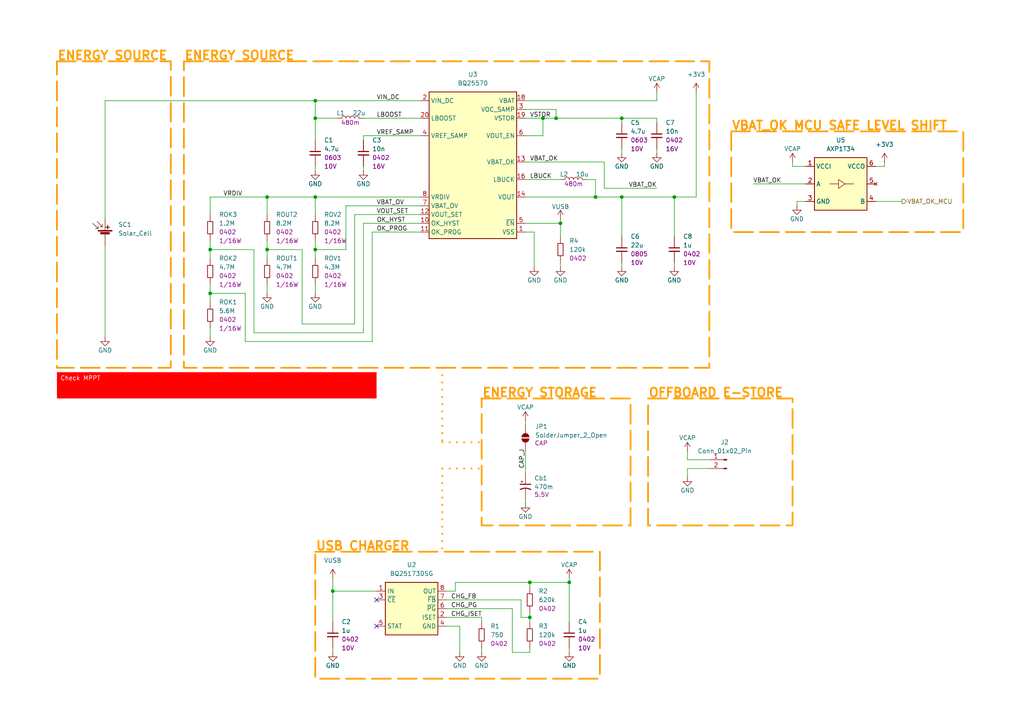
<source format=kicad_sch>
(kicad_sch (version 20250114) (generator "eeschema") (generator_version "9.0")
  (paper "A4")
  (lib_symbols
    (symbol "bpower:VUSB" (power) (pin_numbers (hide yes)) (pin_names (offset 0) (hide yes))
      (property "Value" "VUSB" (at 0 3.556 0))
      (symbol "VUSB_0_1"
        (polyline (pts (xy -0.762 1.27) (xy 0 2.54)))
        (polyline (pts (xy 0 2.54) (xy 0.762 1.27)))
        (polyline (pts (xy 0 0) (xy 0 2.54)))
      )
      (symbol "VUSB_1_1"
        (pin power_in line (at 0 0 90) (length 0) (name "~") (number "1"))
      )
    )
    (symbol "connectors:Conn_01x02_Pin" (pin_names (offset 1.016) (hide yes))
      (property "Reference" "J" (at 0 5.08 0))
      (property "Value" "Conn_01x02_Pin" (at 0 -5.08 0))
      (symbol "Conn_01x02_Pin_1_1"
        (rectangle (start 0.8636 2.667) (end 0 2.413) (stroke (width 0.1524)) (fill (type outline)))
        (rectangle (start 0.8636 0.127) (end 0 -0.127) (stroke (width 0.1524)) (fill (type outline)))
        (polyline (pts (xy 1.27 2.54) (xy 0.8636 2.54)) (stroke (width 0.1524)))
        (polyline (pts (xy 1.27 0) (xy 0.8636 0)) (stroke (width 0.1524)))
        (pin passive line (at 5.08 2.54 180) (length 3.81) (name "Pin_1") (number "1"))
        (pin passive line (at 5.08 0 180) (length 3.81) (name "Pin_2") (number "2"))
      )
    )
    (symbol "energy_source:Solar_Cell" (pin_numbers (hide yes)) (pin_names (offset 0) (hide yes))
      (property "Reference" "SC" (at 2.54 2.54 0))
      (property "Value" "Solar_Cell" (at 2.54 0 0))
      (symbol "Solar_Cell_0_1"
        (polyline (pts (xy -2.032 3.048) (xy -2.032 2.286) (xy -2.794 2.286)))
        (polyline (pts (xy -2.032 2.286) (xy -3.556 3.81)))
        (rectangle (start -2.032 1.778) (end 2.032 1.524) (fill (type outline)))
        (rectangle (start -1.3208 1.1938) (end 1.27 0.6858) (fill (type outline)))
        (polyline (pts (xy -0.762 3.556) (xy -0.762 2.794) (xy -1.524 2.794)))
        (polyline (pts (xy -0.762 2.794) (xy -2.286 4.318)))
        (polyline (pts (xy 0 1.778) (xy 0 2.54)))
        (polyline (pts (xy 0 0.762) (xy 0 0)))
        (polyline (pts (xy 0.254 2.667) (xy 1.27 2.667)) (stroke (width 0.254)))
        (polyline (pts (xy 0.762 3.175) (xy 0.762 2.159)) (stroke (width 0.254)))
      )
      (symbol "Solar_Cell_1_1"
        (pin passive line (at 0 5.08 270) (length 2.54) (name "+") (number "1"))
        (pin passive line (at 0 -2.54 90) (length 2.54) (name "-") (number "2"))
      )
    )
    (symbol "ic_logic:AXP1T34GSH"
      (property "Reference" "U" (at -6.35 8.89 0))
      (property "Value" "AXP1T34" (at 3.81 8.89 0))
      (symbol "AXP1T34GSH_0_1"
        (rectangle (start -7.62 7.62) (end 7.62 -7.62) (stroke (width 0.254)) (fill (type background)))
        (polyline (pts (xy -3.175 0) (xy -2.159 0) (xy -0.635 0)))
        (polyline (pts (xy -0.635 -1.27) (xy -0.635 1.27) (xy 1.27 0) (xy -0.635 -1.27)))
        (polyline (pts (xy 1.27 0) (xy 2.286 0) (xy 3.81 0)))
      )
      (symbol "AXP1T34GSH_1_1"
        (pin power_in line (at -10.16 5.08 0) (length 2.54) (name "VCCI") (number "1"))
        (pin input line (at -10.16 0 0) (length 2.54) (name "A") (number "2"))
        (pin power_out line (at -10.16 -5.08 0) (length 2.54) (name "GND") (number "3"))
        (pin power_in line (at 10.16 5.08 180) (length 2.54) (name "VCCO") (number "6"))
        (pin no_connect line (at 10.16 0 180) (length 2.54) (name "") (number "5"))
        (pin output line (at 10.16 -5.08 180) (length 2.54) (name "B") (number "4"))
      )
    )
    (symbol "ic_voltage_regulator:BQ25173DSG"
      (property "Reference" "U" (at -6.35 8.89 0))
      (property "Value" "BQ25173DSG" (at 6.35 8.89 0))
      (symbol "BQ25173DSG_1_1"
        (rectangle (start -7.62 7.62) (end 7.62 -7.62) (stroke (width 0.254)) (fill (type background)))
        (pin power_in line (at -10.16 5.08 0) (length 2.54) (name "IN") (number "1"))
        (pin input line (at -10.16 2.54 0) (length 2.54) (name "~{CE}") (number "3"))
        (pin open_collector line (at -10.16 -5.08 0) (length 2.54) (name "STAT") (number "5"))
        (pin power_out line (at 10.16 5.08 180) (length 2.54) (name "OUT") (number "8"))
        (pin input line (at 10.16 2.54 180) (length 2.54) (name "~{FB}") (number "7"))
        (pin open_collector line (at 10.16 0 180) (length 2.54) (name "~{PG}") (number "6"))
        (pin input line (at 10.16 -2.54 180) (length 2.54) (name "ISET") (number "2"))
        (pin power_in line (at 10.16 -5.08 180) (length 2.54) (name "GND") (number "4"))
        (pin passive line (at 10.16 -5.08 180) (length 2.54) (hide yes) (name "GND") (number "9"))
      )
    )
    (symbol "ic_voltage_regulator:BQ25570"
      (property "Reference" "U" (at -12.7 16.51 0))
      (property "Value" "BQ25570" (at 10.16 16.51 0))
      (symbol "BQ25570_0_1"
        (rectangle (start -12.7 15.24) (end 12.7 -27.305) (stroke (width 0.254)) (fill (type background)))
      )
      (symbol "BQ25570_1_1"
        (pin power_in line (at -15.24 12.7 0) (length 2.54) (name "VIN_DC") (number "2"))
        (pin passive line (at -15.24 7.62 0) (length 2.54) (name "LBOOST") (number "20"))
        (pin passive line (at -15.24 2.54 0) (length 2.54) (name "VREF_SAMP") (number "4"))
        (pin output line (at -15.24 -15.24 0) (length 2.54) (name "VRDIV") (number "8"))
        (pin input line (at -15.24 -17.78 0) (length 2.54) (name "VBAT_OV") (number "7"))
        (pin input line (at -15.24 -20.32 0) (length 2.54) (name "VOUT_SET") (number "12"))
        (pin input line (at -15.24 -22.86 0) (length 2.54) (name "OK_HYST") (number "10"))
        (pin input line (at -15.24 -25.4 0) (length 2.54) (name "OK_PROG") (number "11"))
        (pin power_in line (at 15.24 12.7 180) (length 2.54) (name "VBAT") (number "18"))
        (pin input line (at 15.24 10.16 180) (length 2.54) (name "VOC_SAMP") (number "3"))
        (pin power_out line (at 15.24 7.62 180) (length 2.54) (name "VSTOR") (number "19"))
        (pin input line (at 15.24 2.54 180) (length 2.54) (name "VOUT_EN") (number "6"))
        (pin output line (at 15.24 -5.08 180) (length 2.54) (name "VBAT_OK") (number "13"))
        (pin passive line (at 15.24 -10.16 180) (length 2.54) (name "LBUCK") (number "16"))
        (pin input line (at 15.24 -15.24 180) (length 2.54) (name "VOUT") (number "14"))
        (pin input line (at 15.24 -22.86 180) (length 2.54) (name "~{EN}") (number "5"))
        (pin power_in line (at 15.24 -25.4 180) (length 2.54) (name "VSS") (number "1"))
        (pin passive line (at 15.24 -25.4 180) (length 2.54) (hide yes) (name "VSS") (number "15"))
        (pin passive line (at 15.24 -25.4 180) (length 2.54) (hide yes) (name "VSS") (number "17"))
        (pin passive line (at 15.24 -25.4 180) (length 2.54) (hide yes) (name "VSS") (number "21"))
        (pin passive line (at 15.24 -25.4 180) (length 2.54) (hide yes) (name "VSS") (number "9"))
      )
    )
    (symbol "misc:SolderJumper_2_Open" (pin_numbers (hide yes)) (pin_names (offset 0) (hide yes)) (in_bom no)
      (property "Reference" "JP" (at 0 2.032 0))
      (property "Value" "SolderJumper_2_Open" (at 0 -2.54 0))
      (symbol "SolderJumper_2_Open_0_1"
        (polyline (pts (xy -0.254 1.016) (xy -0.254 -1.016)))
        (arc (start -0.254 -1.016) (mid -1.2656 0) (end -0.254 1.016))
        (arc (start -0.254 -1.016) (mid -1.2656 0) (end -0.254 1.016) (fill (type outline)))
        (arc (start 0.254 1.016) (mid 1.2656 0) (end 0.254 -1.016))
        (arc (start 0.254 1.016) (mid 1.2656 0) (end 0.254 -1.016) (fill (type outline)))
        (polyline (pts (xy 0.254 1.016) (xy 0.254 -1.016)))
      )
      (symbol "SolderJumper_2_Open_1_1"
        (pin passive line (at -3.81 0 0) (length 2.54) (name "A") (number "1"))
        (pin passive line (at 3.81 0 180) (length 2.54) (name "B") (number "2"))
      )
    )
    (symbol "passive:C" (pin_numbers (hide yes))
      (property "Reference" "C" (at 2.54 -1.27 0))
      (property "Value" "C" (at 2.54 -3.048 0))
      (property "Package" "PKG" (at 2.54 -4.826 0))
      (property "Voltage Rating" "V" (at 2.54 -6.604 0))
      (symbol "C_0_1"
        (polyline (pts (xy -1.524 -3.302) (xy 1.524 -3.302)) (stroke (width 0.3048)))
        (polyline (pts (xy -1.524 -4.318) (xy 1.524 -4.318)) (stroke (width 0.3302)))
      )
      (symbol "C_1_1"
        (pin passive line (at 0 0 270) (length 3.175) (name "~") (number "1"))
        (pin passive line (at 0 -7.62 90) (length 3.175) (name "~") (number "2"))
      )
    )
    (symbol "passive:C_polarised" (pin_numbers (hide yes))
      (property "Reference" "C" (at 2.54 -1.27 0))
      (property "Value" "C" (at 2.54 -3.048 0))
      (property "Package" "PKG" (at 2.54 -4.826 0))
      (property "Voltage Rating" "V" (at 2.54 -6.604 0))
      (symbol "C_polarised_0_1"
        (polyline (pts (xy -1.524 -3.302) (xy 1.524 -3.302)) (stroke (width 0.3048)))
        (polyline (pts (xy -1.27 -2.54) (xy -0.762 -2.54)))
        (polyline (pts (xy -1.016 -2.794) (xy -1.016 -2.286)))
        (arc (start -1.524 -4.826) (mid 0 -4.4374) (end 1.524 -4.826) (stroke (width 0.3048)))
      )
      (symbol "C_polarised_1_1"
        (pin passive line (at 0 0 270) (length 3.175) (name "~") (number "1"))
        (pin passive line (at 0 -7.62 90) (length 3.175) (name "~") (number "2"))
      )
    )
    (symbol "passive:L" (pin_numbers (hide yes)) (pin_names (offset 1.016) (hide yes))
      (property "Reference" "L" (at -3.81 2.032 0))
      (property "Value" "L" (at 3.556 2.032 0))
      (property "ESR" "mR" (at 0 -1.27 0))
      (symbol "L_0_1"
        (arc (start -2.54 0) (mid -1.905 0.6323) (end -1.27 0))
        (arc (start -1.27 0) (mid -0.635 0.6323) (end 0 0))
        (arc (start 0 0) (mid 0.635 0.6323) (end 1.27 0))
        (arc (start 1.27 0) (mid 1.905 0.6323) (end 2.54 0))
      )
      (symbol "L_1_1"
        (pin passive line (at -3.81 0 0) (length 1.27) (name "1") (number "1"))
        (pin passive line (at 3.81 0 180) (length 1.27) (name "2") (number "2"))
      )
    )
    (symbol "passive:R" (pin_numbers (hide yes))
      (property "Reference" "R" (at 2.54 -1.27 0))
      (property "Value" "R" (at 2.54 -3.048 0))
      (property "Package" "PKG" (at 2.54 -4.826 0))
      (property "Power" "W" (at 2.54 -6.604 0))
      (symbol "R_0_1"
        (rectangle (start -0.762 -2.032) (end 0.762 -5.588) (stroke (width 0.2032)))
      )
      (symbol "R_1_1"
        (pin passive line (at 0 0 270) (length 1.905) (name "~") (number "1"))
        (pin passive line (at 0 -7.62 90) (length 1.905) (name "~") (number "2"))
      )
    )
    (symbol "power_symbol:+3V3" (power) (pin_numbers (hide yes)) (pin_names (offset 0) (hide yes))
      (property "Value" "+3V3" (at 0 3.556 0))
      (symbol "+3V3_0_1"
        (polyline (pts (xy -0.762 1.27) (xy 0 2.54)))
        (polyline (pts (xy 0 2.54) (xy 0.762 1.27)))
        (polyline (pts (xy 0 0) (xy 0 2.54)))
      )
      (symbol "+3V3_1_1"
        (pin power_in line (at 0 0 90) (length 0) (name "~") (number "1"))
      )
    )
    (symbol "power_symbol:GND" (power) (pin_numbers (hide yes)) (pin_names (offset 0) (hide yes))
      (property "Value" "GND" (at 0 -3.81 0))
      (symbol "GND_0_1"
        (polyline (pts (xy 0 0) (xy 0 -1.27) (xy 1.27 -1.27) (xy 0 -2.54) (xy -1.27 -1.27) (xy 0 -1.27)))
      )
      (symbol "GND_1_1"
        (pin power_in line (at 0 0 270) (length 0) (name "~") (number "1"))
      )
    )
    (symbol "power_symbol:VCAP" (power) (pin_numbers (hide yes)) (pin_names (offset 0) (hide yes))
      (property "Value" "VCAP" (at 0 3.556 0))
      (symbol "VCAP_0_1"
        (polyline (pts (xy -0.762 1.27) (xy 0 2.54)))
        (polyline (pts (xy 0 2.54) (xy 0.762 1.27)))
        (polyline (pts (xy 0 0) (xy 0 2.54)))
      )
      (symbol "VCAP_1_1"
        (pin power_in line (at 0 0 90) (length 0) (name "~") (number "1"))
      )
    )
    (symbol "power_symbol:VUSB" (power) (pin_numbers (hide yes)) (pin_names (offset 0) (hide yes))
      (property "Value" "VUSB" (at 0 3.556 0))
      (symbol "VUSB_0_1"
        (polyline (pts (xy -0.762 1.27) (xy 0 2.54)))
        (polyline (pts (xy 0 2.54) (xy 0.762 1.27)))
        (polyline (pts (xy 0 0) (xy 0 2.54)))
      )
      (symbol "VUSB_1_1"
        (pin power_in line (at 0 0 90) (length 0) (name "~") (number "1"))
      )
    )
  )
  (rectangle (start 139.7 115.57) (end 182.88 152.4) (stroke (width 0.5) (type dash) (color 255 153 0 1)))
  (rectangle (start 53.34 17.78) (end 205.74 106.68) (stroke (width 0.5) (type dash) (color 255 153 0 1)))
  (rectangle (start 16.51 17.78) (end 49.53 106.68) (stroke (width 0.5) (type dash) (color 255 153 0 1)))
  (rectangle (start 187.96 115.57) (end 229.87 152.4) (stroke (width 0.5) (type dash) (color 255 153 0 1)))
  (rectangle (start 212.09 38.1) (end 279.4 67.31) (stroke (width 0.5) (type dash) (color 255 153 0 1)))
  (rectangle (start 91.44 160.02) (end 173.99 196.85) (stroke (width 0.5) (type dash) (color 255 153 0 1)))
  (text "VBAT_OK MCU SAFE LEVEL SHIFT" (at 212.09 38.1 0) (effects (font (size 2.54 2.54) (thickness 0.508) (bold yes)) (justify left bottom)))
  (text "ENERGY STORAGE" (at 139.7 115.57 0) (effects (font (size 2.54 2.54) (thickness 0.508) (bold yes)) (justify left bottom)))
  (text "OFFBOARD E-STORE" (at 187.96 115.57 0) (effects (font (size 2.54 2.54) (thickness 0.508) (bold yes)) (justify left bottom)))
  (text "ENERGY SOURCE" (at 16.51 17.78 0) (effects (font (size 2.54 2.54) (thickness 0.508) (bold yes)) (justify left bottom)))
  (text "USB CHARGER" (at 91.44 160.02 0) (effects (font (size 2.54 2.54) (thickness 0.508) (bold yes)) (justify left bottom)))
  (text "ENERGY SOURCE" (at 53.34 17.78 0) (effects (font (size 2.54 2.54) (thickness 0.508) (bold yes)) (justify left bottom)))
  (text_box "Check MPPT" (at 16.51 107.95 0) (size 92.71 7.62) (margins 0.9525 0.9525 0.9525 0.9525) (stroke (width -0.0001)) (fill (type color) (color 255 0 0 1)) (effects (font (size 1.27 1.27)) (justify left top)))
  (junction (at 161.29 34.29))
  (junction (at 77.47 72.39))
  (junction (at 195.58 57.15))
  (junction (at 60.96 72.39))
  (junction (at 96.52 171.45))
  (junction (at 77.47 57.15))
  (junction (at 153.67 168.91))
  (junction (at 91.44 29.21))
  (junction (at 180.34 57.15))
  (junction (at 91.44 57.15))
  (junction (at 165.1 168.91))
  (junction (at 180.34 34.29))
  (junction (at 60.96 85.09))
  (junction (at 91.44 72.39))
  (junction (at 157.48 34.29))
  (junction (at 172.72 57.15))
  (junction (at 91.44 34.29))
  (junction (at 162.56 64.77))
  (junction (at 153.67 179.07))
  (no_connect (at 109.22 173.99))
  (no_connect (at 109.22 181.61))
  (wire (pts (xy 105.41 96.52) (xy 105.41 64.77)))
  (wire (pts (xy 30.48 63.5) (xy 30.48 29.21)))
  (wire (pts (xy 97.79 34.29) (xy 91.44 34.29)))
  (wire (pts (xy 199.39 135.89) (xy 199.39 138.43)))
  (wire (pts (xy 73.66 72.39) (xy 73.66 96.52)))
  (polyline (pts (xy 128.27 106.68) (xy 128.27 128.27)) (stroke (width 0.5) (type dot) (color 255 153 0 1)))
  (wire (pts (xy 96.52 171.45) (xy 96.52 180.34)))
  (wire (pts (xy 102.87 93.98) (xy 87.63 93.98)))
  (wire (pts (xy 71.12 85.09) (xy 60.96 85.09)))
  (wire (pts (xy 153.67 170.18) (xy 153.67 168.91)))
  (wire (pts (xy 96.52 167.64) (xy 96.52 171.45)))
  (wire (pts (xy 132.08 171.45) (xy 132.08 168.91)))
  (wire (pts (xy 231.14 58.42) (xy 233.68 58.42)))
  (wire (pts (xy 105.41 39.37) (xy 121.92 39.37)))
  (wire (pts (xy 152.4 64.77) (xy 162.56 64.77)))
  (wire (pts (xy 91.44 29.21) (xy 121.92 29.21)))
  (wire (pts (xy 77.47 72.39) (xy 77.47 74.93)))
  (wire (pts (xy 151.13 173.99) (xy 151.13 179.07)))
  (wire (pts (xy 60.96 82.55) (xy 60.96 85.09)))
  (wire (pts (xy 129.54 173.99) (xy 151.13 173.99)))
  (wire (pts (xy 77.47 69.85) (xy 77.47 72.39)))
  (polyline (pts (xy 128.27 135.89) (xy 128.27 160.02)) (stroke (width 0.5) (type dot) (color 255 153 0 1)))
  (wire (pts (xy 148.59 189.23) (xy 153.67 189.23)))
  (wire (pts (xy 121.92 67.31) (xy 107.95 67.31)))
  (wire (pts (xy 60.96 69.85) (xy 60.96 72.39)))
  (wire (pts (xy 229.87 48.26) (xy 229.87 46.99)))
  (wire (pts (xy 91.44 72.39) (xy 91.44 74.93)))
  (wire (pts (xy 30.48 29.21) (xy 91.44 29.21)))
  (wire (pts (xy 199.39 133.35) (xy 205.74 133.35)))
  (wire (pts (xy 152.4 67.31) (xy 154.94 67.31)))
  (wire (pts (xy 218.44 53.34) (xy 233.68 53.34)))
  (wire (pts (xy 190.5 43.18) (xy 190.5 44.45)))
  (wire (pts (xy 190.5 26.67) (xy 190.5 29.21)))
  (wire (pts (xy 201.93 57.15) (xy 201.93 26.67)))
  (wire (pts (xy 60.96 57.15) (xy 77.47 57.15)))
  (wire (pts (xy 132.08 168.91) (xy 153.67 168.91)))
  (wire (pts (xy 107.95 99.06) (xy 71.12 99.06)))
  (wire (pts (xy 152.4 31.75) (xy 161.29 31.75)))
  (wire (pts (xy 91.44 34.29) (xy 91.44 29.21)))
  (wire (pts (xy 153.67 177.8) (xy 153.67 179.07)))
  (wire (pts (xy 161.29 31.75) (xy 161.29 34.29)))
  (wire (pts (xy 77.47 57.15) (xy 91.44 57.15)))
  (wire (pts (xy 256.54 48.26) (xy 256.54 46.99)))
  (wire (pts (xy 91.44 57.15) (xy 91.44 62.23)))
  (wire (pts (xy 195.58 57.15) (xy 201.93 57.15)))
  (wire (pts (xy 254 48.26) (xy 256.54 48.26)))
  (wire (pts (xy 199.39 130.81) (xy 199.39 133.35)))
  (wire (pts (xy 105.41 48.26) (xy 105.41 49.53)))
  (wire (pts (xy 148.59 176.53) (xy 148.59 189.23)))
  (wire (pts (xy 60.96 72.39) (xy 73.66 72.39)))
  (wire (pts (xy 233.68 48.26) (xy 229.87 48.26)))
  (wire (pts (xy 105.41 34.29) (xy 121.92 34.29)))
  (wire (pts (xy 100.33 72.39) (xy 91.44 72.39)))
  (wire (pts (xy 152.4 144.78) (xy 152.4 146.05)))
  (wire (pts (xy 105.41 64.77) (xy 121.92 64.77)))
  (wire (pts (xy 205.74 135.89) (xy 199.39 135.89)))
  (wire (pts (xy 180.34 76.2) (xy 180.34 77.47)))
  (wire (pts (xy 180.34 57.15) (xy 180.34 68.58)))
  (wire (pts (xy 60.96 72.39) (xy 60.96 74.93)))
  (wire (pts (xy 133.35 181.61) (xy 133.35 189.23)))
  (wire (pts (xy 152.4 46.99) (xy 175.26 46.99)))
  (wire (pts (xy 172.72 52.07) (xy 170.18 52.07)))
  (wire (pts (xy 261.62 58.42) (xy 254 58.42)))
  (wire (pts (xy 129.54 181.61) (xy 133.35 181.61)))
  (wire (pts (xy 87.63 93.98) (xy 87.63 72.39)))
  (wire (pts (xy 157.48 39.37) (xy 157.48 34.29)))
  (wire (pts (xy 162.56 63.5) (xy 162.56 64.77)))
  (wire (pts (xy 139.7 179.07) (xy 129.54 179.07)))
  (wire (pts (xy 73.66 96.52) (xy 105.41 96.52)))
  (wire (pts (xy 162.56 76.2) (xy 162.56 77.47)))
  (wire (pts (xy 154.94 67.31) (xy 154.94 77.47)))
  (wire (pts (xy 165.1 167.64) (xy 165.1 168.91)))
  (wire (pts (xy 231.14 58.42) (xy 231.14 59.69)))
  (wire (pts (xy 153.67 189.23) (xy 153.67 187.96)))
  (wire (pts (xy 190.5 34.29) (xy 190.5 35.56)))
  (wire (pts (xy 139.7 187.96) (xy 139.7 189.23)))
  (wire (pts (xy 151.13 179.07) (xy 153.67 179.07)))
  (polyline (pts (xy 128.27 128.27) (xy 139.7 128.27)) (stroke (width 0.5) (type dot) (color 255 153 0 1)))
  (wire (pts (xy 121.92 59.69) (xy 100.33 59.69)))
  (wire (pts (xy 165.1 168.91) (xy 165.1 180.34)))
  (wire (pts (xy 87.63 72.39) (xy 77.47 72.39)))
  (wire (pts (xy 71.12 99.06) (xy 71.12 85.09)))
  (wire (pts (xy 162.56 64.77) (xy 162.56 68.58)))
  (wire (pts (xy 30.48 97.79) (xy 30.48 71.12)))
  (wire (pts (xy 172.72 57.15) (xy 180.34 57.15)))
  (wire (pts (xy 152.4 121.92) (xy 152.4 123.19)))
  (wire (pts (xy 152.4 57.15) (xy 172.72 57.15)))
  (wire (pts (xy 105.41 40.64) (xy 105.41 39.37)))
  (wire (pts (xy 165.1 168.91) (xy 153.67 168.91)))
  (wire (pts (xy 100.33 59.69) (xy 100.33 72.39)))
  (polyline (pts (xy 128.27 135.89) (xy 139.7 135.89)) (stroke (width 0.5) (type dot) (color 255 153 0 1)))
  (wire (pts (xy 91.44 82.55) (xy 91.44 85.09)))
  (wire (pts (xy 180.34 43.18) (xy 180.34 44.45)))
  (wire (pts (xy 195.58 57.15) (xy 195.58 68.58)))
  (wire (pts (xy 165.1 187.96) (xy 165.1 189.23)))
  (wire (pts (xy 91.44 48.26) (xy 91.44 49.53)))
  (wire (pts (xy 195.58 76.2) (xy 195.58 77.47)))
  (wire (pts (xy 96.52 187.96) (xy 96.52 189.23)))
  (wire (pts (xy 153.67 179.07) (xy 153.67 180.34)))
  (wire (pts (xy 107.95 67.31) (xy 107.95 99.06)))
  (wire (pts (xy 91.44 34.29) (xy 91.44 40.64)))
  (wire (pts (xy 129.54 171.45) (xy 132.08 171.45)))
  (wire (pts (xy 180.34 57.15) (xy 195.58 57.15)))
  (wire (pts (xy 161.29 34.29) (xy 180.34 34.29)))
  (wire (pts (xy 77.47 57.15) (xy 77.47 62.23)))
  (wire (pts (xy 152.4 130.81) (xy 152.4 137.16)))
  (wire (pts (xy 60.96 57.15) (xy 60.96 62.23)))
  (wire (pts (xy 180.34 34.29) (xy 190.5 34.29)))
  (wire (pts (xy 96.52 171.45) (xy 109.22 171.45)))
  (wire (pts (xy 91.44 57.15) (xy 121.92 57.15)))
  (wire (pts (xy 152.4 29.21) (xy 190.5 29.21)))
  (wire (pts (xy 152.4 39.37) (xy 157.48 39.37)))
  (wire (pts (xy 129.54 176.53) (xy 148.59 176.53)))
  (wire (pts (xy 60.96 85.09) (xy 60.96 87.63)))
  (wire (pts (xy 172.72 52.07) (xy 172.72 57.15)))
  (wire (pts (xy 152.4 34.29) (xy 157.48 34.29)))
  (wire (pts (xy 60.96 95.25) (xy 60.96 97.79)))
  (wire (pts (xy 139.7 180.34) (xy 139.7 179.07)))
  (wire (pts (xy 175.26 54.61) (xy 190.5 54.61)))
  (wire (pts (xy 180.34 34.29) (xy 180.34 35.56)))
  (wire (pts (xy 102.87 62.23) (xy 102.87 93.98)))
  (wire (pts (xy 152.4 52.07) (xy 162.56 52.07)))
  (wire (pts (xy 157.48 34.29) (xy 161.29 34.29)))
  (wire (pts (xy 121.92 62.23) (xy 102.87 62.23)))
  (wire (pts (xy 91.44 69.85) (xy 91.44 72.39)))
  (wire (pts (xy 175.26 46.99) (xy 175.26 54.61)))
  (wire (pts (xy 77.47 82.55) (xy 77.47 85.09)))
  (label "CHG_PG" (at 130.81 176.53 0))
  (label "CAP_J" (at 152.4 135.89 90))
  (label "VREF_SAMP" (at 109.22 39.37 0))
  (label "VIN_DC" (at 109.22 29.21 0))
  (label "OK_PROG" (at 109.22 67.31 0))
  (label "CHG_FB" (at 130.81 173.99 0))
  (label "VOUT_SET" (at 109.22 62.23 0))
  (label "VBAT_OK" (at 153.67 46.99 0))
  (label "OK_HYST" (at 109.22 64.77 0))
  (label "LBUCK" (at 153.67 52.07 0))
  (label "CHG_ISET" (at 130.81 179.07 0))
  (label "VSTOR" (at 153.67 34.29 0))
  (label "VBAT_OV" (at 109.22 59.69 0))
  (label "VBAT_OK" (at 218.44 53.34 0))
  (label "VBAT_OK" (at 190.5 54.61 180))
  (label "VRDIV" (at 64.77 57.15 0))
  (label "LBOOST" (at 109.22 34.29 0))
  (hierarchical_label "VBAT_OK_MCU" (shape output) (at 261.62 58.42 0))
  (symbol (lib_id "passive:C") (at 195.58 68.58 0) (unit 1)
    (property "Reference" "C8" (at 198.12 68.5862 0) (effects (justify left)))
    (property "Value" "1u" (at 198.12 71.1262 0) (effects (justify left)))
    (property "Footprint" "passive:C_0402_1005Metric" (effects (hide yes)))
    (property "Package" "0402" (at 198.12 73.6662 0) (effects (justify left)))
    (property "Voltage Rating" "10V" (at 198.12 76.2062 0) (effects (justify left)))
    (property "Part Number" "GRM155Z71A105KE01J" (effects (hide yes)))
  )
  (symbol (lib_id "passive:R") (at 91.44 62.23 0) (unit 1)
    (property "Reference" "ROV2" (at 93.98 62.2299 0) (effects (justify left)))
    (property "Value" "8.2M" (at 93.98 64.7699 0) (effects (justify left)))
    (property "Footprint" "passive:R_0402_1005Metric" (effects (hide yes)))
    (property "Package" "0402" (at 93.98 67.3099 0) (effects (justify left)))
    (property "Power" "1/16W" (at 93.98 69.8499 0) (effects (justify left)))
    (property "Part Number" "RC0402FR-078M2L" (effects (hide yes)))
  )
  (symbol (lib_id "passive:C_polarised") (at 152.4 137.16 0) (unit 1)
    (property "Reference" "Cb1" (at 154.94 138.684 0) (effects (justify left)))
    (property "Value" "470m" (at 154.94 141.224 0) (effects (justify left)))
    (property "Footprint" "part_specific:EATON_KR5R5H474R" (effects (hide yes)))
    (property "Voltage Rating" "5.5V" (at 154.94 143.4339 0) (effects (justify left)))
    (property "Part Number" "KR-5R5H474-R" (effects (hide yes)))
  )
  (symbol (lib_id "passive:R") (at 77.47 62.23 0) (unit 1)
    (property "Reference" "ROUT2" (at 80.01 62.2299 0) (effects (justify left)))
    (property "Value" "8.2M" (at 80.01 64.7699 0) (effects (justify left)))
    (property "Footprint" "passive:R_0402_1005Metric" (effects (hide yes)))
    (property "Package" "0402" (at 80.01 67.3099 0) (effects (justify left)))
    (property "Power" "1/16W" (at 80.01 69.8499 0) (effects (justify left)))
    (property "Part Number" "RC0402FR-078M2L" (effects (hide yes)))
  )
  (symbol (lib_id "power_symbol:GND") (at 154.94 77.47 0) (unit 1)
    (property "Reference" "#PWR020" (effects (hide yes)))
    (property "Value" "GND" (at 154.94 81.28 0))
    (property "Description" "Power symbol creates a global label with name \"GND\" , ground" (effects (hide yes)))
  )
  (symbol (lib_id "power_symbol:GND") (at 199.39 138.43 0) (unit 1)
    (property "Reference" "#PWR019" (effects (hide yes)))
    (property "Value" "GND" (at 199.39 142.24 0))
    (property "Description" "Power symbol creates a global label with name \"GND\" , ground" (effects (hide yes)))
  )
  (symbol (lib_id "passive:R") (at 153.67 180.34 0) (unit 1)
    (property "Reference" "R3" (at 156.21 181.6099 0) (effects (justify left)))
    (property "Value" "120k" (at 156.21 184.1499 0) (effects (justify left)))
    (property "Footprint" "passive:R_0402_1005Metric" (effects (hide yes)))
    (property "Package" "0402" (at 156.21 186.6899 0) (effects (justify left)))
    (property "Power" "1/16W" (effects (hide yes)))
    (property "Part Number" "RC0402FR-07120KL" (effects (hide yes)))
  )
  (symbol (lib_id "passive:R") (at 91.44 74.93 0) (unit 1)
    (property "Reference" "ROV1" (at 93.98 74.9299 0) (effects (justify left)))
    (property "Value" "4.3M" (at 93.98 77.4699 0) (effects (justify left)))
    (property "Footprint" "passive:R_0402_1005Metric" (effects (hide yes)))
    (property "Package" "0402" (at 93.98 80.0099 0) (effects (justify left)))
    (property "Power" "1/16W" (at 93.98 82.5499 0) (effects (justify left)))
    (property "Part Number" "RC0402FR-074M3L" (effects (hide yes)))
  )
  (symbol (lib_id "passive:C") (at 180.34 35.56 0) (unit 1)
    (property "Reference" "C5" (at 182.88 35.5662 0) (effects (justify left)))
    (property "Value" "4.7u" (at 182.88 38.1062 0) (effects (justify left)))
    (property "Footprint" "passive:C_0603_1608Metric" (effects (hide yes)))
    (property "Package" "0603" (at 182.88 40.6462 0) (effects (justify left)))
    (property "Voltage Rating" "10V" (at 182.88 43.1862 0) (effects (justify left)))
    (property "Part Number" "GRM188Z71A475ME15D" (effects (hide yes)))
  )
  (symbol (lib_id "passive:L") (at 101.6 34.29 0) (unit 1)
    (property "Reference" "L1" (at 98.806 32.766 0))
    (property "Value" "22u" (at 104.14 32.766 0))
    (property "Footprint" "part_specific:TY_Inductor_NRS4012" (effects (hide yes)))
    (property "Description" "Inductor" (effects (hide yes)))
    (property "ESR" "480m" (at 101.6 35.56 0))
    (property "Part Number" "NRS4012T220MDGJ" (effects (hide yes)))
  )
  (symbol (lib_id "energy_source:Solar_Cell") (at 30.48 68.58 0) (unit 1)
    (property "Reference" "SC1" (at 34.29 65.1509 0) (effects (justify left)))
    (property "Value" "Solar_Cell" (at 34.29 67.6909 0) (effects (justify left)))
    (property "Footprint" "part_specific:ANYSOLAR_KXOB25" (effects (hide yes)))
    (property "Description" "Single solar cell" (effects (hide yes)))
  )
  (symbol (lib_id "power_symbol:VUSB") (at 96.52 167.64 0) (unit 1)
    (property "Reference" "#PWR011" (effects (hide yes)))
    (property "Value" "VUSB" (at 96.52 162.56 0))
    (property "Description" "Power symbol creates a global label with name \"VUSB\"" (effects (hide yes)))
  )
  (symbol (lib_id "power_symbol:GND") (at 165.1 189.23 0) (unit 1)
    (property "Reference" "#PWR026" (effects (hide yes)))
    (property "Value" "GND" (at 165.1 193.04 0))
    (property "Description" "Power symbol creates a global label with name \"GND\" , ground" (effects (hide yes)))
  )
  (symbol (lib_id "passive:C") (at 91.44 40.64 0) (unit 1)
    (property "Reference" "C1" (at 93.98 40.6462 0) (effects (justify left)))
    (property "Value" "4.7u" (at 93.98 43.1862 0) (effects (justify left)))
    (property "Footprint" "passive:C_0603_1608Metric" (effects (hide yes)))
    (property "Package" "0603" (at 93.98 45.7262 0) (effects (justify left)))
    (property "Voltage Rating" "10V" (at 93.98 48.2662 0) (effects (justify left)))
    (property "Part Number" "GRM188Z71A475ME15D" (effects (hide yes)))
  )
  (symbol (lib_id "power_symbol:VCAP") (at 199.39 130.81 0) (unit 1)
    (property "Reference" "#PWR018" (effects (hide yes)))
    (property "Value" "VCAP" (at 199.39 127 0))
    (property "Description" "Power symbol creates a global label with name \"VCAP\"" (effects (hide yes)))
  )
  (symbol (lib_id "power_symbol:VCAP") (at 190.5 26.67 0) (unit 1)
    (property "Reference" "#PWR031" (effects (hide yes)))
    (property "Value" "VCAP" (at 190.5 22.86 0))
    (property "Description" "Power symbol creates a global label with name \"VCAP\"" (effects (hide yes)))
  )
  (symbol (lib_id "ic_voltage_regulator:BQ25173DSG") (at 119.38 176.53 0) (unit 1)
    (property "Reference" "U2" (at 119.38 163.83 0))
    (property "Value" "BQ25173DSG" (at 119.38 166.37 0))
    (property "Footprint" "generic:WSON-8-1EP_2x2mm_P0.5mm_EP0.9x1.6mm" (effects (hide yes)))
    (property "Datasheet" "https://www.ti.com/lit/ds/symlink/bq25173.pdf" (effects (hide yes)))
    (property "Description" "800-mA Linear Charger for 1- to 4-Cell Supercapacitor, input 3 to 18v, WSON-8" (effects (hide yes)))
    (property "Package" "8WSON" (effects (hide yes)))
  )
  (symbol (lib_id "connectors:Conn_01x02_Pin") (at 210.82 135.89 0) (mirror y) (unit 1)
    (property "Reference" "J2" (at 210.185 128.27 0))
    (property "Value" "Conn_01x02_Pin" (at 210.185 130.81 0))
    (property "Footprint" "connectors:PinHeader_1x02_P2.54mm_Horizontal" (effects (hide yes)))
    (property "Description" "Generic connector, single row, 01x02, script generated" (effects (hide yes)))
    (property "Part Number" "SSA-102-W-T-RA" (effects (hide yes)))
  )
  (symbol (lib_id "passive:C") (at 165.1 180.34 0) (unit 1)
    (property "Reference" "C4" (at 167.64 180.3462 0) (effects (justify left)))
    (property "Value" "1u" (at 167.64 182.8862 0) (effects (justify left)))
    (property "Footprint" "passive:C_0402_1005Metric" (effects (hide yes)))
    (property "Package" "0402" (at 167.64 185.4262 0) (effects (justify left)))
    (property "Voltage Rating" "10V" (at 167.64 187.9662 0) (effects (justify left)))
    (property "Part Number" "GRM155Z71A105KE01J" (effects (hide yes)))
  )
  (symbol (lib_id "power_symbol:GND") (at 91.44 85.09 0) (unit 1)
    (property "Reference" "#PWR010" (effects (hide yes)))
    (property "Value" "GND" (at 91.44 88.9 0))
    (property "Description" "Power symbol creates a global label with name \"GND\" , ground" (effects (hide yes)))
  )
  (symbol (lib_id "power_symbol:GND") (at 180.34 77.47 0) (unit 1)
    (property "Reference" "#PWR030" (effects (hide yes)))
    (property "Value" "GND" (at 180.34 81.28 0))
    (property "Description" "Power symbol creates a global label with name \"GND\" , ground" (effects (hide yes)))
  )
  (symbol (lib_id "power_symbol:GND") (at 77.47 85.09 0) (unit 1)
    (property "Reference" "#PWR08" (effects (hide yes)))
    (property "Value" "GND" (at 77.47 88.9 0))
    (property "Description" "Power symbol creates a global label with name \"GND\" , ground" (effects (hide yes)))
  )
  (symbol (lib_id "ic_logic:AXP1T34GSH") (at 243.84 53.34 0) (unit 1)
    (property "Reference" "U5" (at 243.84 40.64 0))
    (property "Value" "AXP1T34" (at 243.84 43.18 0))
    (property "Footprint" "generic:NX_6SOT1202" (effects (hide yes)))
    (property "Datasheet" "https://assets.nexperia.com/documents/data-sheet/AXP1T34.pdf" (effects (hide yes)))
    (property "Description" "Dual supply unidirectional translating buffer" (effects (hide yes)))
  )
  (symbol (lib_id "power_symbol:GND") (at 60.96 97.79 0) (unit 1)
    (property "Reference" "#PWR07" (effects (hide yes)))
    (property "Value" "GND" (at 60.96 101.6 0))
    (property "Description" "Power symbol creates a global label with name \"GND\" , ground" (effects (hide yes)))
  )
  (symbol (lib_id "passive:L") (at 166.37 52.07 0) (unit 1)
    (property "Reference" "L2" (at 163.576 50.546 0))
    (property "Value" "10u" (at 168.91 50.546 0))
    (property "Footprint" "passive:L_1008_2520Metric" (effects (hide yes)))
    (property "Datasheet" "https://www.murata.com/~/media/webrenewal/products/inductor/chip/tokoproducts/wirewoundmetalalloychiptype/m_dfe252012f.ashx" (effects (hide yes)))
    (property "Description" "Inductor" (effects (hide yes)))
    (property "ESR" "480m" (at 166.37 53.34 0))
    (property "Part Number" "DFE252012F-100M=P2" (effects (hide yes)))
    (property "Package" "1008" (effects (hide yes)))
  )
  (symbol (lib_id "passive:R") (at 60.96 87.63 0) (unit 1)
    (property "Reference" "ROK1" (at 63.5 87.6299 0) (effects (justify left)))
    (property "Value" "5.6M" (at 63.5 90.1699 0) (effects (justify left)))
    (property "Footprint" "passive:R_0402_1005Metric" (effects (hide yes)))
    (property "Package" "0402" (at 63.5 92.7099 0) (effects (justify left)))
    (property "Power" "1/16W" (at 63.5 95.2499 0) (effects (justify left)))
    (property "Part Number" "RC0402FR-075M6L" (effects (hide yes)))
  )
  (symbol (lib_id "power_symbol:GND") (at 162.56 77.47 0) (unit 1)
    (property "Reference" "#PWR022" (effects (hide yes)))
    (property "Value" "GND" (at 162.56 81.28 0))
    (property "Description" "Power symbol creates a global label with name \"GND\" , ground" (effects (hide yes)))
  )
  (symbol (lib_id "passive:C") (at 96.52 180.34 0) (unit 1)
    (property "Reference" "C2" (at 99.06 180.3462 0) (effects (justify left)))
    (property "Value" "1u" (at 99.06 182.8862 0) (effects (justify left)))
    (property "Footprint" "passive:C_0402_1005Metric" (effects (hide yes)))
    (property "Package" "0402" (at 99.06 185.4262 0) (effects (justify left)))
    (property "Voltage Rating" "10V" (at 99.06 187.9662 0) (effects (justify left)))
    (property "Part Number" "GRM155Z71A105KE01J" (effects (hide yes)))
  )
  (symbol (lib_id "passive:C") (at 105.41 40.64 0) (unit 1)
    (property "Reference" "C3" (at 107.95 40.6462 0) (effects (justify left)))
    (property "Value" "10n" (at 107.95 43.1862 0) (effects (justify left)))
    (property "Footprint" "passive:C_0402_1005Metric" (effects (hide yes)))
    (property "Package" "0402" (at 107.95 45.7262 0) (effects (justify left)))
    (property "Voltage Rating" "16V" (at 107.95 48.2662 0) (effects (justify left)))
    (property "Part Number" "GRM155R71C103KA01D" (effects (hide yes)))
  )
  (symbol (lib_id "power_symbol:VCAP") (at 229.87 46.99 0) (unit 1)
    (property "Reference" "#PWR034" (effects (hide yes)))
    (property "Value" "VCAP" (at 229.87 43.18 0))
    (property "Description" "Power symbol creates a global label with name \"VCAP\"" (effects (hide yes)))
  )
  (symbol (lib_id "power_symbol:GND") (at 30.48 97.79 0) (unit 1)
    (property "Reference" "#PWR06" (effects (hide yes)))
    (property "Value" "GND" (at 30.48 101.6 0))
    (property "Description" "Power symbol creates a global label with name \"GND\" , ground" (effects (hide yes)))
  )
  (symbol (lib_id "passive:R") (at 153.67 170.18 0) (unit 1)
    (property "Reference" "R2" (at 156.21 171.4499 0) (effects (justify left)))
    (property "Value" "620k" (at 156.21 173.9899 0) (effects (justify left)))
    (property "Footprint" "passive:R_0402_1005Metric" (effects (hide yes)))
    (property "Package" "0402" (at 156.21 176.5299 0) (effects (justify left)))
    (property "Power" "1/16W" (effects (hide yes)))
    (property "Part Number" "RC0402FR-07620KL" (effects (hide yes)))
  )
  (symbol (lib_id "passive:C") (at 180.34 68.58 0) (unit 1)
    (property "Reference" "C6" (at 182.88 68.5862 0) (effects (justify left)))
    (property "Value" "22u" (at 182.88 71.1262 0) (effects (justify left)))
    (property "Footprint" "passive:C_0805_2012Metric" (effects (hide yes)))
    (property "Package" "0805" (at 182.88 73.6662 0) (effects (justify left)))
    (property "Voltage Rating" "10V" (at 182.88 76.2062 0) (effects (justify left)))
    (property "Part Number" "GRM21BZ71A226ME15L" (effects (hide yes)))
  )
  (symbol (lib_id "passive:R") (at 60.96 74.93 0) (unit 1)
    (property "Reference" "ROK2" (at 63.5 74.9299 0) (effects (justify left)))
    (property "Value" "4.7M" (at 63.5 77.4699 0) (effects (justify left)))
    (property "Footprint" "passive:R_0402_1005Metric" (effects (hide yes)))
    (property "Package" "0402" (at 63.5 80.0099 0) (effects (justify left)))
    (property "Power" "1/16W" (at 63.5 82.5499 0) (effects (justify left)))
    (property "Part Number" "RC0402FR-074M7L" (effects (hide yes)))
  )
  (symbol (lib_id "power_symbol:GND") (at 190.5 44.45 0) (unit 1)
    (property "Reference" "#PWR032" (effects (hide yes)))
    (property "Value" "GND" (at 190.5 48.26 0))
    (property "Description" "Power symbol creates a global label with name \"GND\" , ground" (effects (hide yes)))
  )
  (symbol (lib_id "power_symbol:GND") (at 91.44 49.53 0) (unit 1)
    (property "Reference" "#PWR09" (effects (hide yes)))
    (property "Value" "GND" (at 91.44 53.34 0))
    (property "Description" "Power symbol creates a global label with name \"GND\" , ground" (effects (hide yes)))
  )
  (symbol (lib_id "power_symbol:+3V3") (at 256.54 46.99 0) (unit 1)
    (property "Reference" "#PWR035" (effects (hide yes)))
    (property "Value" "+3V3" (at 256.54 41.91 0))
    (property "Description" "Power symbol creates a global label with name \"+3V3\"" (effects (hide yes)))
  )
  (symbol (lib_id "passive:R") (at 60.96 62.23 0) (unit 1)
    (property "Reference" "ROK3" (at 63.5 62.2299 0) (effects (justify left)))
    (property "Value" "1.2M" (at 63.5 64.7699 0) (effects (justify left)))
    (property "Footprint" "passive:R_0402_1005Metric" (effects (hide yes)))
    (property "Package" "0402" (at 63.5 67.3099 0) (effects (justify left)))
    (property "Power" "1/16W" (at 63.5 69.8499 0) (effects (justify left)))
    (property "Part Number" "RC0402FR-071M2L" (effects (hide yes)))
  )
  (symbol (lib_id "power_symbol:GND") (at 195.58 77.47 0) (unit 1)
    (property "Reference" "#PWR037" (effects (hide yes)))
    (property "Value" "GND" (at 195.58 81.28 0))
    (property "Description" "Power symbol creates a global label with name \"GND\" , ground" (effects (hide yes)))
  )
  (symbol (lib_id "power_symbol:GND") (at 96.52 189.23 0) (unit 1)
    (property "Reference" "#PWR012" (effects (hide yes)))
    (property "Value" "GND" (at 96.52 193.04 0))
    (property "Description" "Power symbol creates a global label with name \"GND\" , ground" (effects (hide yes)))
  )
  (symbol (lib_id "power_symbol:GND") (at 180.34 44.45 0) (unit 1)
    (property "Reference" "#PWR029" (effects (hide yes)))
    (property "Value" "GND" (at 180.34 48.26 0))
    (property "Description" "Power symbol creates a global label with name \"GND\" , ground" (effects (hide yes)))
  )
  (symbol (lib_id "passive:R") (at 77.47 74.93 0) (unit 1)
    (property "Reference" "ROUT1" (at 80.01 74.9299 0) (effects (justify left)))
    (property "Value" "4.7M" (at 80.01 77.4699 0) (effects (justify left)))
    (property "Footprint" "passive:R_0402_1005Metric" (effects (hide yes)))
    (property "Package" "0402" (at 80.01 80.0099 0) (effects (justify left)))
    (property "Power" "1/16W" (at 80.01 82.5499 0) (effects (justify left)))
    (property "Part Number" "RC0402FR-074M7L" (effects (hide yes)))
  )
  (symbol (lib_id "passive:R") (at 162.56 68.58 0) (unit 1)
    (property "Reference" "R4" (at 165.1 69.8499 0) (effects (justify left)))
    (property "Value" "120k" (at 165.1 72.3899 0) (effects (justify left)))
    (property "Footprint" "passive:R_0402_1005Metric" (effects (hide yes)))
    (property "Package" "0402" (at 165.1 74.9299 0) (effects (justify left)))
    (property "Power" "1/16W" (effects (hide yes)))
    (property "Part Number" "RC0402FR-07120KL" (effects (hide yes)))
  )
  (symbol (lib_id "power_symbol:GND") (at 139.7 189.23 0) (unit 1)
    (property "Reference" "#PWR015" (effects (hide yes)))
    (property "Value" "GND" (at 139.7 193.04 0))
    (property "Description" "Power symbol creates a global label with name \"GND\" , ground" (effects (hide yes)))
  )
  (symbol (lib_id "power_symbol:GND") (at 152.4 146.05 0) (unit 1)
    (property "Reference" "#PWR017" (effects (hide yes)))
    (property "Value" "GND" (at 152.4 149.86 0))
    (property "Description" "Power symbol creates a global label with name \"GND\" , ground" (effects (hide yes)))
  )
  (symbol (lib_id "bpower:VUSB") (at 162.56 63.5 0) (unit 1)
    (property "Reference" "#PWR021" (effects (hide yes)))
    (property "Value" "VUSB" (at 162.56 59.944 0))
    (property "Description" "Power symbol creates a global label with name \"VUSB\"" (effects (hide yes)))
  )
  (symbol (lib_id "passive:C") (at 190.5 35.56 0) (unit 1)
    (property "Reference" "C7" (at 193.04 35.5662 0) (effects (justify left)))
    (property "Value" "10n" (at 193.04 38.1062 0) (effects (justify left)))
    (property "Footprint" "passive:C_0402_1005Metric" (effects (hide yes)))
    (property "Package" "0402" (at 193.04 40.6462 0) (effects (justify left)))
    (property "Voltage Rating" "16V" (at 193.04 43.1862 0) (effects (justify left)))
    (property "Part Number" "GRM155R71C103KA01D" (effects (hide yes)))
  )
  (symbol (lib_id "power_symbol:VCAP") (at 152.4 121.92 0) (unit 1)
    (property "Reference" "#PWR016" (effects (hide yes)))
    (property "Value" "VCAP" (at 152.4 118.11 0))
    (property "Description" "Power symbol creates a global label with name \"VCAP\"" (effects (hide yes)))
  )
  (symbol (lib_id "power_symbol:VCAP") (at 165.1 167.64 0) (unit 1)
    (property "Reference" "#PWR025" (effects (hide yes)))
    (property "Value" "VCAP" (at 165.1 163.83 0))
    (property "Description" "Power symbol creates a global label with name \"VCAP\"" (effects (hide yes)))
  )
  (symbol (lib_id "ic_voltage_regulator:BQ25570") (at 137.16 41.91 0) (unit 1)
    (property "Reference" "U3" (at 137.16 21.59 0))
    (property "Value" "BQ25570" (at 137.16 24.13 0))
    (property "Footprint" "generic:QFN-20-1EP_3.5x3.5mm_P0.5mm_EP2x2mm" (effects (hide yes)))
    (property "Datasheet" "http://www.ti.com/lit/ds/symlink/bq25570.pdf" (effects (hide yes)))
    (property "Description" "Nano Power Boost Charger and Buck Converter for Energy Harvester Powered Applications, QFN-20" (effects (hide yes)))
    (property "Package" "20QFN" (effects (hide yes)))
  )
  (symbol (lib_id "misc:SolderJumper_2_Open") (at 152.4 127 90) (unit 1) (in_bom no)
    (property "Reference" "JP1" (at 155.194 123.698 90) (effects (justify right)))
    (property "Value" "SolderJumper_2_Open" (at 155.194 126.238 90) (effects (justify right)))
    (property "Footprint" "misc:SolderJumper2_Open_0402" (effects (hide yes)))
    (property "Description" "Solder Jumper, 2-pole, open" (effects (hide yes)))
    (property "Short" "CAP" (at 156.972 128.524 90))
  )
  (symbol (lib_id "power_symbol:GND") (at 133.35 189.23 0) (unit 1)
    (property "Reference" "#PWR014" (effects (hide yes)))
    (property "Value" "GND" (at 133.35 193.04 0))
    (property "Description" "Power symbol creates a global label with name \"GND\" , ground" (effects (hide yes)))
  )
  (symbol (lib_id "power_symbol:+3V3") (at 201.93 26.67 0) (unit 1)
    (property "Reference" "#PWR033" (effects (hide yes)))
    (property "Value" "+3V3" (at 201.93 21.59 0))
    (property "Description" "Power symbol creates a global label with name \"+3V3\"" (effects (hide yes)))
  )
  (symbol (lib_id "passive:R") (at 139.7 180.34 0) (unit 1)
    (property "Reference" "R1" (at 142.24 181.6099 0) (effects (justify left)))
    (property "Value" "750" (at 142.24 184.1499 0) (effects (justify left)))
    (property "Footprint" "passive:R_0402_1005Metric" (effects (hide yes)))
    (property "Package" "0402" (at 142.24 186.6899 0) (effects (justify left)))
    (property "Power" "1/16W" (effects (hide yes)))
    (property "Part Number" "RC0402FR-13750RL" (effects (hide yes)))
  )
  (symbol (lib_id "power_symbol:GND") (at 105.41 49.53 0) (unit 1)
    (property "Reference" "#PWR013" (effects (hide yes)))
    (property "Value" "GND" (at 105.41 53.34 0))
    (property "Description" "Power symbol creates a global label with name \"GND\" , ground" (effects (hide yes)))
  )
  (symbol (lib_id "power_symbol:GND") (at 231.14 59.69 0) (unit 1)
    (property "Reference" "#PWR036" (effects (hide yes)))
    (property "Value" "GND" (at 231.14 63.5 0))
    (property "Description" "Power symbol creates a global label with name \"GND\" , ground" (effects (hide yes)))
  )
)
</source>
